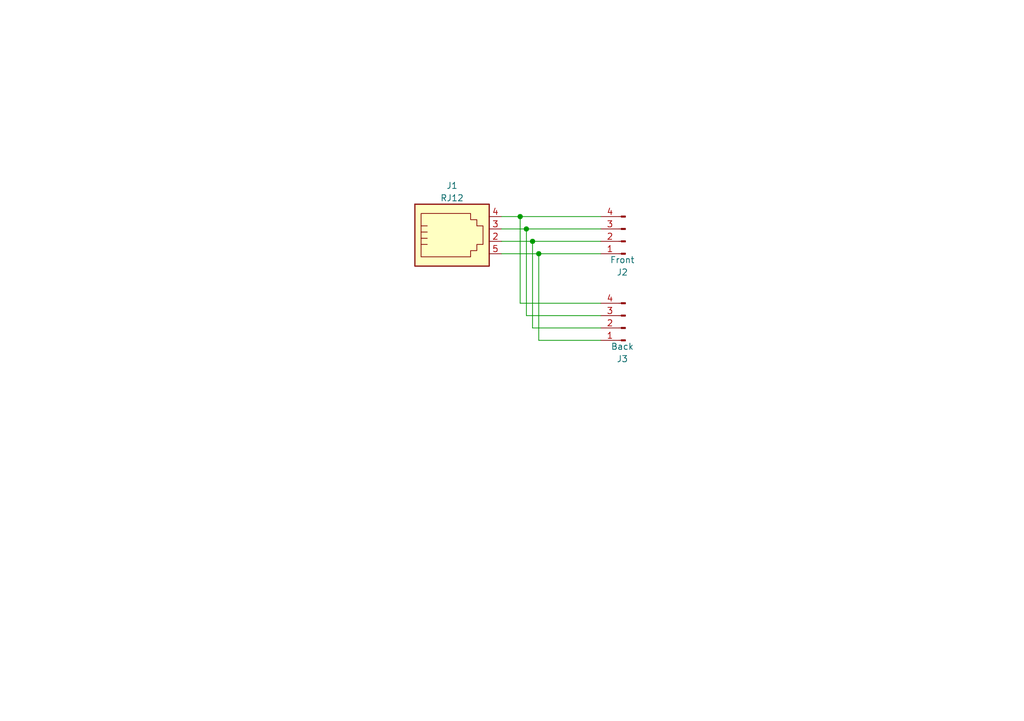
<source format=kicad_sch>
(kicad_sch (version 20230121) (generator eeschema)
  (paper "A5")
  (title_block (title "RJ12 Breakout Board for Breadboards") (company "chof.org"))
  (lib_symbols
    (symbol "Chof747 Connectors:RJ12" (pin_names (offset 1.016))
      (property "Reference" "J" (at -5.08 8.89 0))
      (property "Value" "RJ12" (at 2.54 8.89 0))
      (symbol "RJ12_0_1"
        (polyline (pts (xy -6.35 -0.635) (xy -5.08 -0.635) (xy -5.08 -0.635)))
        (polyline (pts (xy -6.35 0.635) (xy -5.08 0.635) (xy -5.08 0.635)))
        (polyline (pts (xy -6.35 1.905) (xy -5.08 1.905) (xy -5.08 1.905)))
        (polyline (pts (xy -6.35 3.175) (xy -5.08 3.175) (xy -5.08 3.175)))
        (polyline (pts (xy -6.35 -3.175) (xy -6.35 5.715) (xy -1.27 5.715) (xy 3.81 5.715) (xy 3.81 4.445) (xy 5.08 4.445) (xy 5.08 3.175) (xy 6.35 3.175) (xy 6.35 -0.635) (xy 5.08 -0.635) (xy 5.08 -1.905) (xy 3.81 -1.905) (xy 3.81 -3.175) (xy -6.35 -3.175) (xy -6.35 -3.175)))
        (rectangle (start 7.62 7.62) (end -7.62 -5.08) (stroke (width 0.254)) (fill (type background)))
      )
      (symbol "RJ12_1_1"
        (pin passive line (at 10.16 0 180) (length 2.54) (name "~") (number "2"))
        (pin passive line (at 10.16 2.54 180) (length 2.54) (name "~") (number "3"))
        (pin passive line (at 10.16 5.08 180) (length 2.54) (name "~") (number "4"))
        (pin passive line (at 10.16 -2.54 180) (length 2.54) (name "~") (number "5"))
      )
    )
    (symbol "Connector:Conn_01x04_Pin" (pin_names (offset 1.016) hide)
      (property "Reference" "J" (at 0 5.08 0))
      (property "Value" "Conn_01x04_Pin" (at 0 -7.62 0))
      (symbol "Conn_01x04_Pin_1_1"
        (polyline (pts (xy 1.27 -5.08) (xy 0.8636 -5.08)) (stroke (width 0.1524)))
        (polyline (pts (xy 1.27 -2.54) (xy 0.8636 -2.54)) (stroke (width 0.1524)))
        (polyline (pts (xy 1.27 0) (xy 0.8636 0)) (stroke (width 0.1524)))
        (polyline (pts (xy 1.27 2.54) (xy 0.8636 2.54)) (stroke (width 0.1524)))
        (rectangle (start 0.8636 -4.953) (end 0 -5.207) (stroke (width 0.1524)) (fill (type outline)))
        (rectangle (start 0.8636 -2.413) (end 0 -2.667) (stroke (width 0.1524)) (fill (type outline)))
        (rectangle (start 0.8636 0.127) (end 0 -0.127) (stroke (width 0.1524)) (fill (type outline)))
        (rectangle (start 0.8636 2.667) (end 0 2.413) (stroke (width 0.1524)) (fill (type outline)))
        (pin passive line (at 5.08 2.54 180) (length 3.81) (name "Pin_1") (number "1"))
        (pin passive line (at 5.08 0 180) (length 3.81) (name "Pin_2") (number "2"))
        (pin passive line (at 5.08 -2.54 180) (length 3.81) (name "Pin_3") (number "3"))
        (pin passive line (at 5.08 -5.08 180) (length 3.81) (name "Pin_4") (number "4"))
      )
    )
  )
  (junction (at 106.68 44.45))
  (junction (at 107.95 46.99))
  (junction (at 109.22 49.53))
  (junction (at 110.49 52.07))
  (wire (pts (xy 110.49 69.85) (xy 123.19 69.85)))
  (wire (pts (xy 107.95 46.99) (xy 107.95 64.77)))
  (wire (pts (xy 109.22 49.53) (xy 123.19 49.53)))
  (wire (pts (xy 102.87 52.07) (xy 110.49 52.07)))
  (wire (pts (xy 110.49 52.07) (xy 123.19 52.07)))
  (wire (pts (xy 107.95 64.77) (xy 123.19 64.77)))
  (wire (pts (xy 110.49 52.07) (xy 110.49 69.85)))
  (wire (pts (xy 107.95 46.99) (xy 123.19 46.99)))
  (wire (pts (xy 102.87 46.99) (xy 107.95 46.99)))
  (wire (pts (xy 106.68 62.23) (xy 123.19 62.23)))
  (wire (pts (xy 109.22 49.53) (xy 109.22 67.31)))
  (wire (pts (xy 106.68 44.45) (xy 106.68 62.23)))
  (wire (pts (xy 106.68 44.45) (xy 123.19 44.45)))
  (wire (pts (xy 109.22 67.31) (xy 123.19 67.31)))
  (wire (pts (xy 102.87 44.45) (xy 106.68 44.45)))
  (wire (pts (xy 102.87 49.53) (xy 109.22 49.53)))
  (symbol (lib_id "Connector:Conn_01x04_Pin") (at 128.27 49.53 180) (unit 1)
    (property "Reference" "J2" (at 127.635 55.88 0))
    (property "Value" "Front" (at 127.635 53.34 0))
    (property "Footprint" "Connector_PinHeader_2.54mm:PinHeader_1x04_P2.54mm_Vertical" (effects hide))
  )
  (symbol (lib_id "Connector:Conn_01x04_Pin") (at 128.27 67.31 180) (unit 1)
    (property "Reference" "J3" (at 127.635 73.66 0))
    (property "Value" "Back" (at 127.635 71.12 0))
    (property "Footprint" "Connector_PinHeader_2.54mm:PinHeader_1x04_P2.54mm_Vertical" (effects hide))
  )
  (symbol (lib_id "Chof747 Connectors:RJ12") (at 92.71 49.53 0) (unit 1)
    (property "Reference" "J1" (at 92.71 38.1 0))
    (property "Value" "RJ12" (at 92.71 40.64 0))
    (property "Footprint" "Connector_RJ:RJ12_Amphenol_54601" (effects hide))
  )
)
</source>
